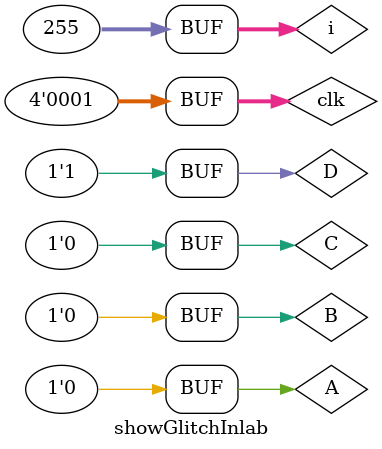
<source format=v>
`timescale 1ns / 1ps


module showGlitchInlab();
    reg [3:0] clk;
    wire A,B,C,D,F_0_1,F_1_0,F_fixed;
    assign A=clk[3];
    assign B=clk[2];
    assign C=clk[1];
    assign D=clk[0];
    InlabGlitch glitchGenerator(A,B,C,D,F_0_1);
    InlabGlitchOpositeChange glitchGeneratorOpp(A,B,C,D,F_1_0);
    InlabGlitchFixed glitchGeneratorFixed(A,B,C,D,F_fixed);
    integer i;
    initial
    begin
        for(i=0;i<255;i=i+1)
        begin
            #50 clk=4'b1001;
            #50 clk=4'b0001;
        end
    end
endmodule

</source>
